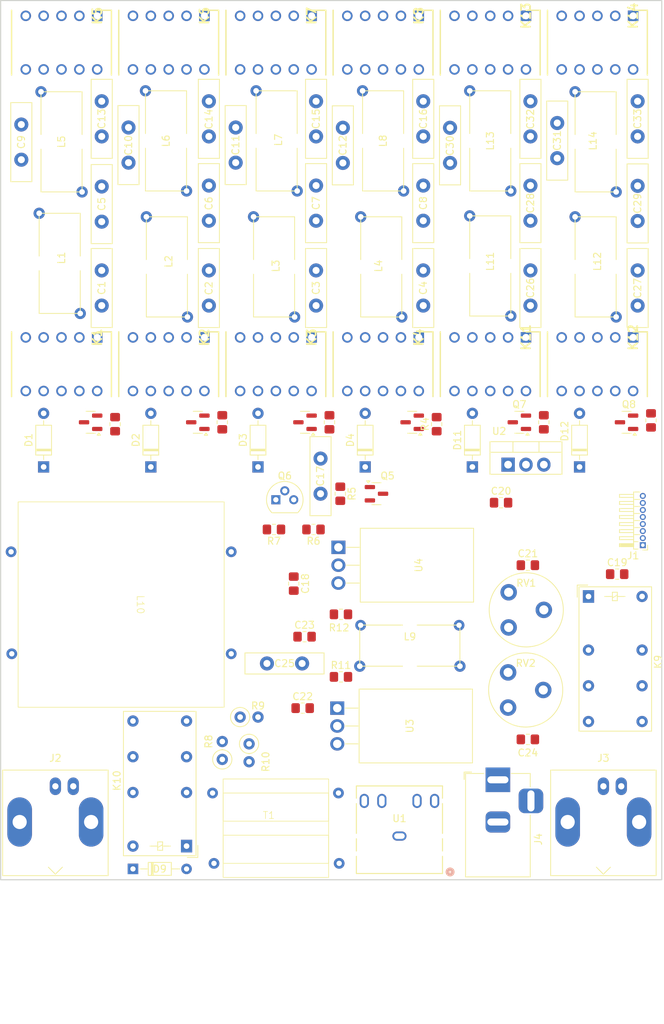
<source format=kicad_pcb>
(kicad_pcb (version 20240108) (generator "pcbnew") (generator_version "8.0")
  (title_block (title "QMX+ Amp") (date "2024-08-22") (rev "v0.11") (company "WA7GIL"))
  (layers (0 "F.Cu" signal "Top") (31 "B.Cu" signal "Bottom") (34 "B.Paste" user) (35 "F.Paste" user) (36 "B.SilkS" user "B.Silkscreen") (37 "F.SilkS" user "F.Silkscreen") (38 "B.Mask" user) (39 "F.Mask" user) (44 "Edge.Cuts" user))
  (net 0 "")
  (net 1 "GND")
  (net 2 "/LPF Relay Control 1/LPF0-IN")
  (net 3 "/LPF Relay Control 1/LPF1-IN")
  (net 4 "/LPF Relay Control 1/LPF2-IN")
  (net 5 "/LPF Relay Control 1/LPF3-IN")
  (net 6 "Net-(C5-Pad2)")
  (net 7 "Net-(C10-Pad1)")
  (net 8 "Net-(C11-Pad1)")
  (net 9 "Net-(C12-Pad1)")
  (net 10 "/LPF Relay Control 1/LPF0-OUT")
  (net 11 "/LPF Relay Control 1/LPF1-OUT")
  (net 12 "/LPF Relay Control 1/LPF2-OUT")
  (net 13 "/LPF Relay Control 1/LPF3-OUT")
  (net 14 "+5V QMX PTT")
  (net 15 "Net-(Q6-C)")
  (net 16 "RELAY-SYNC")
  (net 17 "+12V")
  (net 18 "+5V REG")
  (net 19 "Net-(C21-Pad2)")
  (net 20 "Net-(T1-SB)")
  (net 21 "Net-(U3-G)")
  (net 22 "Net-(T1-SA)")
  (net 23 "Net-(U4-G)")
  (net 24 "Net-(C24-Pad2)")
  (net 25 "/LPF Relay Control 2/LPF4-IN")
  (net 26 "/LPF Relay Control 2/LPF5-IN")
  (net 27 "Net-(C28-Pad2)")
  (net 28 "Net-(C29-Pad1)")
  (net 29 "/LPF Relay Control 2/LPF4-OUT")
  (net 30 "/LPF Relay Control 2/LPF5-OUT")
  (net 31 "Net-(D1-A)")
  (net 32 "Net-(D2-A)")
  (net 33 "Net-(D3-A)")
  (net 34 "Net-(D4-A)")
  (net 35 "Net-(D11-A)")
  (net 36 "Net-(D12-A)")
  (net 37 "+3.3V LPF0 CTL from QMX")
  (net 38 "+3.3V LPF3 CTL from QMX")
  (net 39 "+3.3V LPF2 CTL from QMX")
  (net 40 "+3.3V LPF5 CTL from QMX")
  (net 41 "+3.3V LPF1 CTL from QMX")
  (net 42 "+3.3V LPF4 CTL from QMX")
  (net 43 "RF-IN")
  (net 44 "RF-OUT")
  (net 49 "RF-INTO-FILTERS")
  (net 86 "K9-14")
  (net 88 "Net-(K10-Pad12)")
  (net 91 "K10-14")
  (net 113 "Net-(U3-D)")
  (net 114 "Net-(U4-D)")
  (net 115 "Net-(Q6-B)")
  (net 116 "Net-(T1-AA)")
  (footprint "Package_TO_SOT_THT:TO-220F-3_Horizontal_TabDown" (layer "F.Cu") (at 147.16 130.81 -90)
    (property "Reference" "U3" (at 2.54 -10.32 90) (layer "F.SilkS"))
    (property "Value" "RD16HHF1")
    (pad "" np_thru_hole oval (at 2.54 -15.8 270) (size 3.5 3.5) (drill 3.5) (layers "*.Cu" "*.Mask"))
    (pad "1" thru_hole rect (at 0 0 270) (size 1.905 2) (drill 1.2) (layers "*.Cu" "*.Mask") (net 21 "Net-(U3-G)"))
    (pad "2" thru_hole oval (at 2.54 0 270) (size 1.905 2) (drill 1.2) (layers "*.Cu" "*.Mask") (net 1 "GND"))
    (pad "3" thru_hole oval (at 5.08 0 270) (size 1.905 2) (drill 1.2) (layers "*.Cu" "*.Mask") (net 113 "Net-(U3-D)"))
  )
  (footprint "ZZZMyLibrary:C_Disc_D11.0mm_W3.0mm_P5.00mm" (layer "F.Cu") (at 117.475 53.26 90)
    (property "Reference" "C10" (at 2.46 0 90) (layer "F.SilkS"))
    (property "Value" "100 pF" (hide yes))
    (pad "1" thru_hole circle (at 0 0 90) (size 2 2) (drill 1) (layers "*.Cu" "*.Mask") (net 7 "Net-(C10-Pad1)"))
    (pad "2" thru_hole circle (at 5 0 90) (size 2 2) (drill 1) (layers "*.Cu" "*.Mask") (net 11 "/LPF Relay Control 1/LPF1-OUT"))
  )
  (footprint "Resistor_SMD:R_0805_2012Metric_Pad1.20x1.40mm_HandSolder" (layer "F.Cu") (at 130.81 90.17 90)
    (property "Reference" "R2" (hide yes))
    (property "Value" "47K" (hide yes))
    (pad "1" smd roundrect (at -1 0 90) (size 1.2 1.4) (layers "F.Cu" "F.Paste" "F.Mask") (roundrect_rratio 0.208333) (net 41 "+3.3V LPF1 CTL from QMX"))
    (pad "2" smd roundrect (at 1 0 90) (size 1.2 1.4) (layers "F.Cu" "F.Paste" "F.Mask") (roundrect_rratio 0.208333) (net 1 "GND"))
  )
  (footprint "ZZZMyLibrary:C_Disc_D11.0mm_W3.0mm_P5.00mm" (layer "F.Cu") (at 159.385 61.515 90)
    (property "Reference" "C8" (at 2.5 0 90) (layer "F.SilkS"))
    (property "Value" "330 pF" (hide yes))
    (pad "1" thru_hole circle (at 0 0 90) (size 2 2) (drill 1) (layers "*.Cu" "*.Mask") (net 9 "Net-(C12-Pad1)"))
    (pad "2" thru_hole circle (at 5 0 90) (size 2 2) (drill 1) (layers "*.Cu" "*.Mask") (net 1 "GND"))
  )
  (footprint "Resistor_SMD:R_0805_2012Metric_Pad1.20x1.40mm_HandSolder" (layer "F.Cu") (at 147.685 126.365)
    (property "Reference" "R11" (at 0 -1.65 0) (layer "F.SilkS"))
    (property "Value" "470" (hide yes))
    (pad "1" smd roundrect (at -1 0) (size 1.2 1.4) (layers "F.Cu" "F.Paste" "F.Mask") (roundrect_rratio 0.208333) (net 19 "Net-(C21-Pad2)"))
    (pad "2" smd roundrect (at 1 0) (size 1.2 1.4) (layers "F.Cu" "F.Paste" "F.Mask") (roundrect_rratio 0.208333) (net 21 "Net-(U3-G)"))
  )
  (footprint "ZZZMyLibrary:C_Disc_D11.0mm_W3.0mm_P5.00mm" (layer "F.Cu") (at 128.905 49.53 90)
    (property "Reference" "C14" (at 2.46 0 90) (layer "F.SilkS"))
    (property "Value" "660 pF" (hide yes))
    (pad "1" thru_hole circle (at 0 0 90) (size 2 2) (drill 1) (layers "*.Cu" "*.Mask") (net 11 "/LPF Relay Control 1/LPF1-OUT"))
    (pad "2" thru_hole circle (at 5 0 90) (size 2 2) (drill 1) (layers "*.Cu" "*.Mask") (net 1 "GND"))
  )
  (footprint "Diode_THT:D_DO-35_SOD27_P7.62mm_Horizontal" (layer "F.Cu") (at 151.13 96.52 90)
    (property "Reference" "D4" (at 3.81 -2.12 90) (layer "F.SilkS"))
    (property "Value" "1N4148" (hide yes))
    (pad "1" thru_hole rect (at 0 0 90) (size 1.6 1.6) (drill 0.8) (layers "*.Cu" "*.Mask") (net 18 "+5V REG"))
    (pad "2" thru_hole oval (at 7.62 0 90) (size 1.6 1.6) (drill 0.8) (layers "*.Cu" "*.Mask") (net 34 "Net-(D4-A)"))
  )
  (footprint "ZZZMyLibrary:DIPS762W70P254L1420H540Q10N" (layer "F.Cu") (at 128.27 32.385 -90)
    (property "Reference" "K6" (at 0 0 -90) (layer "F.SilkS") (effects (font (size 1.27 1.27) (thickness 0.254))))
    (property "Value" "EA2-5NU" (hide yes))
    (pad "1" thru_hole rect (at 0 0 270) (size 1.5 1.5) (drill 1) (layers "*.Cu" "*.Mask") (net 18 "+5V REG"))
    (pad "2" thru_hole circle (at 0 2.54 270) (size 1.5 1.5) (drill 1) (layers "*.Cu" "*.Mask"))
    (pad "3" thru_hole circle (at 0 5.08 270) (size 1.5 1.5) (drill 1) (layers "*.Cu" "*.Mask"))
    (pad "4" thru_hole circle (at 0 7.62 270) (size 1.5 1.5) (drill 1) (layers "*.Cu" "*.Mask"))
    (pad "5" thru_hole circle (at 0 10.16 270) (size 1.5 1.5) (drill 1) (layers "*.Cu" "*.Mask"))
    (pad "6" thru_hole circle (at 7.62 10.16 270) (size 1.5 1.5) (drill 1) (layers "*.Cu" "*.Mask"))
    (pad "7" thru_hole circle (at 7.62 7.62 270) (size 1.5 1.5) (drill 1) (layers "*.Cu" "*.Mask") (net 44 "RF-OUT"))
    (pad "8" thru_hole circle (at 7.62 5.08 270) (size 1.5 1.5) (drill 1) (layers "*.Cu" "*.Mask") (net 11 "/LPF Relay Control 1/LPF1-OUT"))
    (pad "9" thru_hole circle (at 7.62 2.54 270) (size 1.5 1.5) (drill 1) (layers "*.Cu" "*.Mask") (net 1 "GND"))
    (pad "10" thru_hole circle (at 7.62 0 270) (size 1.5 1.5) (drill 1) (layers "*.Cu" "*.Mask") (net 32 "Net-(D2-A)"))
  )
  (footprint "ZZZMyLibrary:C_Disc_D11.0mm_W3.0mm_P5.00mm" (layer "F.Cu") (at 147.955 53.3 90)
    (property "Reference" "C12" (at 2.5 0 90) (layer "F.SilkS"))
    (property "Value" "36 pF" (hide yes))
    (pad "1" thru_hole circle (at 0 0 90) (size 2 2) (drill 1) (layers "*.Cu" "*.Mask") (net 9 "Net-(C12-Pad1)"))
    (pad "2" thru_hole circle (at 5 0 90) (size 2 2) (drill 1) (layers "*.Cu" "*.Mask") (net 13 "/LPF Relay Control 1/LPF3-OUT"))
  )
  (footprint "ZZZMyLibrary:C_Disc_D11.0mm_W3.0mm_P5.00mm" (layer "F.Cu") (at 163.195 53.3 90)
    (property "Reference" "C30" (at 2.46 0 90) (layer "F.SilkS"))
    (property "Value" "13 pF" (hide yes))
    (pad "1" thru_hole circle (at 0 0 90) (size 2 2) (drill 1) (layers "*.Cu" "*.Mask") (net 27 "Net-(C28-Pad2)"))
    (pad "2" thru_hole circle (at 5 0 90) (size 2 2) (drill 1) (layers "*.Cu" "*.Mask") (net 29 "/LPF Relay Control 2/LPF4-OUT"))
  )
  (footprint "ZZZMyLibrary:DIPS762W70P254L1420H540Q10N" (layer "F.Cu") (at 173.99 78.105 -90)
    (property "Reference" "K11" (at 0 0 -90) (layer "F.SilkS") (effects (font (size 1.27 1.27) (thickness 0.254))))
    (property "Value" "EA2-5NU" (hide yes))
    (pad "1" thru_hole rect (at 0 0 270) (size 1.5 1.5) (drill 1) (layers "*.Cu" "*.Mask") (net 18 "+5V REG"))
    (pad "2" thru_hole circle (at 0 2.54 270) (size 1.5 1.5) (drill 1) (layers "*.Cu" "*.Mask"))
    (pad "3" thru_hole circle (at 0 5.08 270) (size 1.5 1.5) (drill 1) (layers "*.Cu" "*.Mask"))
    (pad "4" thru_hole circle (at 0 7.62 270) (size 1.5 1.5) (drill 1) (layers "*.Cu" "*.Mask"))
    (pad "5" thru_hole circle (at 0 10.16 270) (size 1.5 1.5) (drill 1) (layers "*.Cu" "*.Mask"))
    (pad "6" thru_hole circle (at 7.62 10.16 270) (size 1.5 1.5) (drill 1) (layers "*.Cu" "*.Mask"))
    (pad "7" thru_hole circle (at 7.62 7.62 270) (size 1.5 1.5) (drill 1) (layers "*.Cu" "*.Mask") (net 49 "RF-INTO-FILTERS"))
    (pad "8" thru_hole circle (at 7.62 5.08 270) (size 1.5 1.5) (drill 1) (layers "*.Cu" "*.Mask") (net 25 "/LPF Relay Control 2/LPF4-IN"))
    (pad "9" thru_hole circle (at 7.62 2.54 270) (size 1.5 1.5) (drill 1) (layers "*.Cu" "*.Mask") (net 1 "GND"))
    (pad "10" thru_hole circle (at 7.62 0 270) (size 1.5 1.5) (drill 1) (layers "*.Cu" "*.Mask") (net 35 "Net-(D11-A)"))
  )
  (footprint "ZZZMyLibrary:C_Disc_D11.0mm_W3.0mm_P5.00mm" (layer "F.Cu") (at 128.905 73.58 90)
    (property "Reference" "C2" (at 2.46 0 90) (layer "F.SilkS"))
    (property "Value" "660 pF" (hide yes))
    (pad "1" thru_hole circle (at 0 0 90) (size 2 2) (drill 1) (layers "*.Cu" "*.Mask") (net 3 "/LPF Relay Control 1/LPF1-IN"))
    (pad "2" thru_hole circle (at 5 0 90) (size 2 2) (drill 1) (layers "*.Cu" "*.Mask") (net 1 "GND"))
  )
  (footprint "Resistor_SMD:R_0805_2012Metric_Pad1.20x1.40mm_HandSolder" (layer "F.Cu") (at 174.26 110.49)
    (property "Reference" "C21" (at 0 -1.65 0) (layer "F.SilkS"))
    (property "Value" "0.1" (hide yes))
    (pad "1" smd roundrect (at -1 0) (size 1.2 1.4) (layers "F.Cu" "F.Paste" "F.Mask") (roundrect_rratio 0.208333) (net 1 "GND"))
    (pad "2" smd roundrect (at 1 0) (size 1.2 1.4) (layers "F.Cu" "F.Paste" "F.Mask") (roundrect_rratio 0.208333) (net 19 "Net-(C21-Pad2)"))
  )
  (footprint "ZZZMyLibrary:BN-43-7051-FLAT" (layer "F.Cu") (at 136.08 109.885 -90)
    (property "Reference" "L10" (at 6.2 16.906 -90) (layer "F.SilkS") (effects (font (thickness 0.1))))
    (property "Value" "BN-43-7051")
    (pad "1" thru_hole circle (at -1.3 4 270) (size 1.524 1.524) (drill 0.762) (layers "*.Cu" "*.Mask") (net 114 "Net-(U4-D)"))
    (pad "2" thru_hole circle (at 13.2 4 270) (size 1.524 1.524) (drill 0.762) (layers "*.Cu" "*.Mask") (net 113 "Net-(U3-D)"))
    (pad "3" thru_hole circle (at 13.2 35.2 270) (size 1.524 1.524) (drill 0.762) (layers "*.Cu" "*.Mask") (net 1 "GND"))
    (pad "4" thru_hole circle (at -1.3 35.3 270) (size 1.524 1.524) (drill 0.762) (layers "*.Cu" "*.Mask") (net 86 "K9-14"))
  )
  (footprint "ZZZMyLibrary:Toroid_T50_Vertical_L14.0mm_W5.6mm" (layer "F.Cu") (at 181.245 50.3 90)
    (property "Reference" "L14" (at 0.135 2.27 90) (layer "F.SilkS"))
    (property "Value" "L" (hide yes))
    (pad "1" thru_hole circle (at -7.12 5.57 90) (size 1.6 1.6) (drill 0.8) (layers "*.Cu" "*.Mask") (net 28 "Net-(C29-Pad1)"))
    (pad "2" thru_hole circle (at 7.12 -0.27 90) (size 1.6 1.6) (drill 0.8) (layers "*.Cu" "*.Mask") (net 30 "/LPF Relay Control 2/LPF5-OUT"))
  )
  (footprint "ZZZMyLibrary:C_Disc_D11.0mm_W3.0mm_P5.00mm" (layer "F.Cu") (at 144.78 95.33 -90)
    (property "Reference" "C17" (at 2.5 0.02 90) (layer "F.SilkS"))
    (property "Value" "? uF" (hide yes))
    (pad "1" thru_hole circle (at 0 0 270) (size 2 2) (drill 1) (layers "*.Cu" "*.Mask") (net 14 "+5V QMX PTT"))
    (pad "2" thru_hole circle (at 5 0 270) (size 2 2) (drill 1) (layers "*.Cu" "*.Mask") (net 1 "GND"))
  )
  (footprint "ZZZMyLibrary:SJ1-3523N_CUD" (layer "F.Cu") (at 161 152 180)
    (property "Reference" "U1" (at 5 5.5 0) (layer "F.SilkS"))
    (property "Value" "SJ1-3523N")
    (pad "" np_thru_hole circle (at 0 0.5) (size 1.2 1.2) (drill 1.2) (layers "F&B.Cu" "*.Mask"))
    (pad "" np_thru_hole circle (at 0 3) (size 1.2 1.2) (drill 1.2) (layers "F&B.Cu" "*.Mask"))
    (pad "" np_thru_hole circle (at 5 8) (size 1.2 1.2) (drill 1.2) (layers "F&B.Cu" "*.Mask"))
    (pad "" np_thru_hole circle (at 10 0.5) (size 1.2 1.2) (drill 1.2) (layers "F&B.Cu" "*.Mask"))
    (pad "" np_thru_hole circle (at 10 3) (size 1.2 1.2) (drill 1.2) (layers "F&B.Cu" "*.Mask"))
    (pad "1" thru_hole oval (at 5 3) (size 2.008 1.308) (drill oval 1.5 0.8) (layers "*.Cu" "*.Mask") (net 14 "+5V QMX PTT"))
    (pad "2" thru_hole oval (at 0 8 270) (size 2.008 1.308) (drill oval 1.5 0.8) (layers "*.Cu" "*.Mask"))
    (pad "3" thru_hole oval (at 10 8 270) (size 2.008 1.308) (drill oval 1.5 0.8) (layers "*.Cu" "*.Mask") (net 1 "GND"))
    (pad "10" thru_hole oval (at 2.5 8 270) (size 2.008 1.308) (drill oval 1.5 0.8) (layers "*.Cu" "*.Mask"))
    (pad "11" thru_hole oval (at 7.5 8 270) (size 2.008 1.308) (drill oval 1.5 0.8) (layers "*.Cu" "*.Mask"))
  )
  (footprint "ZZZMyLibrary:C_Disc_D11.0mm_W3.0mm_P5.00mm" (layer "F.Cu") (at 189.865 61.555 90)
    (property "Reference" "C29" (at 2.5 0 90) (layer "F.SilkS"))
    (property "Value" "120 pF" (hide yes))
    (pad "1" thru_hole circle (at 0 0 90) (size 2 2) (drill 1) (layers "*.Cu" "*.Mask") (net 28 "Net-(C29-Pad1)"))
    (pad "2" thru_hole circle (at 5 0 90) (size 2 2) (drill 1) (layers "*.Cu" "*.Mask") (net 1 "GND"))
  )
  (footprint "ZZZMyLibrary:C_Disc_D11.0mm_W3.0mm_P5.00mm" (layer "F.Cu") (at 102.235 52.84 90)
    (property "Reference" "C9" (at 2.5 0 90) (layer "F.SilkS"))
    (property "Value" "220 pF" (hide yes))
    (pad "1" thru_hole circle (at 0 0 90) (size 2 2) (drill 1) (layers "*.Cu" "*.Mask") (net 6 "Net-(C5-Pad2)"))
    (pad "2" thru_hole circle (at 5 0 90) (size 2 2) (drill 1) (layers "*.Cu" "*.Mask") (net 10 "/LPF Relay Control 1/LPF0-OUT"))
  )
  (footprint "Package_TO_SOT_SMD:SOT-23" (layer "F.Cu") (at 157.8125 90.17 180)
    (property "Reference" "Q4" (hide yes))
    (property "Value" "BSS123" (hide yes))
    (pad "1" smd roundrect (at -0.9375 -0.95 180) (size 1.475 0.6) (layers "F.Cu" "F.Paste" "F.Mask") (net 38 "+3.3V LPF3 CTL from QMX"))
    (pad "2" smd roundrect (at -0.9375 0.95 180) (size 1.475 0.6) (layers "F.Cu" "F.Paste" "F.Mask") (net 1 "GND"))
    (pad "3" smd roundrect (at 0.9375 0 180) (size 1.475 0.6) (layers "F.Cu" "F.Paste" "F.Mask") (net 34 "Net-(D4-A)"))
  )
  (footprint "ZZZMyLibrary:C_Disc_D11.0mm_W3.0mm_P5.00mm" (layer "F.Cu") (at 144.145 49.53 90)
    (property "Reference" "C15" (at 2.5 0 90) (layer "F.SilkS"))
    (property "Value" "360 pF" (hide yes))
    (pad "1" thru_hole circle (at 0 0 90) (size 2 2) (drill 1) (layers "*.Cu" "*.Mask") (net 12 "/LPF Relay Control 1/LPF2-OUT"))
    (pad "2" thru_hole circle (at 5 0 90) (size 2 2) (drill 1) (layers "*.Cu" "*.Mask") (net 1 "GND"))
  )
  (footprint "Package_TO_SOT_SMD:SOT-23" (layer "F.Cu") (at 152.7325 100.33)
    (property "Reference" "Q5" (at 1.5725 -2.54 0) (layer "F.SilkS"))
    (property "Value" "BSS123" (hide yes))
    (pad "1" smd roundrect (at -0.9375 -0.95) (size 1.475 0.6) (layers "F.Cu" "F.Paste" "F.Mask") (net 14 "+5V QMX PTT"))
    (pad "2" smd roundrect (at -0.9375 0.95) (size 1.475 0.6) (layers "F.Cu" "F.Paste" "F.Mask") (net 1 "GND"))
    (pad "3" smd roundrect (at 0.9375 0) (size 1.475 0.6) (layers "F.Cu" "F.Paste" "F.Mask") (net 16 "RELAY-SYNC"))
  )
  (footprint "ZZZMyLibrary:Toroid_T50_Vertical_L14.0mm_W5.6mm" (layer "F.Cu") (at 105.305 50.3 90)
    (property "Reference" "L5" (at 0 2.645 90) (layer "F.SilkS"))
    (property "Value" "L")
    (pad "1" thru_hole circle (at -7.12 5.57 90) (size 1.6 1.6) (drill 0.8) (layers "*.Cu" "*.Mask") (net 6 "Net-(C5-Pad2)"))
    (pad "2" thru_hole circle (at 7.12 -0.27 90) (size 1.6 1.6) (drill 0.8) (layers "*.Cu" "*.Mask") (net 10 "/LPF Relay Control 1/LPF0-OUT"))
  )
  (footprint "Package_TO_SOT_SMD:SOT-23" (layer "F.Cu") (at 142.5725 90.17 180)
    (property "Reference" "Q3" (hide yes))
    (property "Value" "BSS123" (hide yes))
    (pad "1" smd roundrect (at -0.9375 -0.95 180) (size 1.475 0.6) (layers "F.Cu" "F.Paste" "F.Mask") (net 39 "+3.3V LPF2 CTL from QMX"))
    (pad "2" smd roundrect (at -0.9375 0.95 180) (size 1.475 0.6) (layers "F.Cu" "F.Paste" "F.Mask") (net 1 "GND"))
    (pad "3" smd roundrect (at 0.9375 0 180) (size 1.475 0.6) (layers "F.Cu" "F.Paste" "F.Mask") (net 33 "Net-(D3-A)"))
  )
  (footprint "Resistor_SMD:R_0805_2012Metric_Pad1.20x1.40mm_HandSolder" (layer "F.Cu") (at 142.24 130.81)
    (property "Reference" "C22" (at 0 -1.65 0) (layer "F.SilkS"))
    (property "Value" "0.01" (hide yes))
    (pad "1" smd roundrect (at -1 0) (size 1.2 1.4) (layers "F.Cu" "F.Paste" "F.Mask") (roundrect_rratio 0.208333) (net 20 "Net-(T1-SB)"))
    (pad "2" smd roundrect (at 1 0) (size 1.2 1.4) (layers "F.Cu" "F.Paste" "F.Mask") (roundrect_rratio 0.208333) (net 21 "Net-(U3-G)"))
  )
  (footprint "ZZZMyLibrary:Toroid_T50_Vertical_L14.0mm_W5.6mm" (layer "F.Cu") (at 135.525 68.08 90)
    (property "Reference" "L3" (at 0.135 2.905 90) (layer "F.SilkS"))
    (property "Value" "L" (hide yes))
    (pad "1" thru_hole circle (at -7.12 5.57 90) (size 1.6 1.6) (drill 0.8) (layers "*.Cu" "*.Mask") (net 4 "/LPF Relay Control 1/LPF2-IN"))
    (pad "2" thru_hole circle (at 7.12 -0.27 90) (size 1.6 1.6) (drill 0.8) (layers "*.Cu" "*.Mask") (net 8 "Net-(C11-Pad1)"))
  )
  (footprint "ZZZMyLibrary:C_Disc_D11.0mm_W3.0mm_P5.00mm" (layer "F.Cu") (at 144.145 61.515 90)
    (property "Reference" "C7" (at 2.5 0 90) (layer "F.SilkS"))
    (property "Value" "650 pF" (hide yes))
    (pad "1" thru_hole circle (at 0 0 90) (size 2 2) (drill 1) (layers "*.Cu" "*.Mask") (net 8 "Net-(C11-Pad1)"))
    (pad "2" thru_hole circle (at 5 0 90) (size 2 2) (drill 1) (layers "*.Cu" "*.Mask") (net 1 "GND"))
  )
  (footprint "ZZZMyLibrary:DIPS762W70P254L1420H540Q10N" (layer "F.Cu") (at 189.23 78.105 -90)
    (property "Reference" "K12" (at 0 0 -90) (layer "F.SilkS") (effects (font (size 1.27 1.27) (thickness 0.254))))
    (property "Value" "EA2-5NU" (hide yes))
    (pad "1" thru_hole rect (at 0 0 270) (size 1.5 1.5) (drill 1) (layers "*.Cu" "*.Mask") (net 18 "+5V REG"))
    (pad "2" thru_hole circle (at 0 2.54 270) (size 1.5 1.5) (drill 1) (layers "*.Cu" "*.Mask"))
    (pad "3" thru_hole circle (at 0 5.08 270) (size 1.5 1.5) (drill 1) (layers "*.Cu" "*.Mask"))
    (pad "4" thru_hole circle (at 0 7.62 270) (size 1.5 1.5) (drill 1) (layers "*.Cu" "*.Mask"))
    (pad "5" thru_hole circle (at 0 10.16 270) (size 1.5 1.5) (drill 1) (layers "*.Cu" "*.Mask"))
    (pad "6" thru_hole circle (at 7.62 10.16 270) (size 1.5 1.5) (drill 1) (layers "*.Cu" "*.Mask"))
    (pad "7" thru_hole circle (at 7.62 7.62 270) (size 1.5 1.5) (drill 1) (layers "*.Cu" "*.Mask") (net 49 "RF-INTO-FILTERS"))
    (pad "8" thru_hole circle (at 7.62 5.08 270) (size 1.5 1.5) (drill 1) (layers "*.Cu" "*.Mask") (net 26 "/LPF Relay Control 2/LPF5-IN"))
    (pad "9" thru_hole circle (at 7.62 2.54 270) (size 1.5 1.5) (drill 1) (layers "*.Cu" "*.Mask") (net 1 "GND"))
    (pad "10" thru_hole circle (at 7.62 0 270) (size 1.5 1.5) (drill 1) (layers "*.Cu" "*.Mask") (net 36 "Net-(D12-A)"))
  )
  (footprint "Resistor_SMD:R_0805_2012Metric_Pad1.20x1.40mm_HandSolder" (layer "F.Cu") (at 191.77 89.9 90)
    (property "Reference" "R14" (hide yes))
    (property "Value" "47K" (hide yes))
    (pad "1" smd roundrect (at -1 0 90) (size 1.2 1.4) (layers "F.Cu" "F.Paste" "F.Mask") (roundrect_rratio 0.208333) (net 40 "+3.3V LPF5 CTL from QMX"))
    (pad "2" smd roundrect (at 1 0 90) (size 1.2 1.4) (layers "F.Cu" "F.Paste" "F.Mask") (roundrect_rratio 0.208333) (net 1 "GND"))
  )
  (footprint "ZZZMyLibrary:DIPS762W70P254L1420H540Q10N" (layer "F.Cu") (at 143.51 32.385 -90)
    (property "Reference" "K7" (at 0 0 -90) (layer "F.SilkS") (effects (font (size 1.27 1.27) (thickness 0.254))))
    (property "Value" "EA2-5NU" (hide yes))
    (pad "1" thru_hole rect (at 0 0 270) (size 1.5 1.5) (drill 1) (layers "*.Cu" "*.Mask") (net 18 "+5V REG"))
    (pad "2" thru_hole circle (at 0 2.54 270) (size 1.5 1.5) (drill 1) (layers "*.Cu" "*.Mask"))
    (pad "3" thru_hole circle (at 0 5.08 270) (size 1.5 1.5) (drill 1) (layers "*.Cu" "*.Mask"))
    (pad "4" thru_hole circle (at 0 7.62 270) (size 1.5 1.5) (drill 1) (layers "*.Cu" "*.Mask"))
    (pad "5" thru_hole circle (at 0 10.16 270) (size 1.5 1.5) (drill 1) (layers "*.Cu" "*.Mask"))
    (pad "6" thru_hole circle (at 7.62 10.16 270) (size 1.5 1.5) (drill 1) (layers "*.Cu" "*.Mask"))
    (pad "7" thru_hole circle (at 7.62 7.62 270) (size 1.5 1.5) (drill 1) (layers "*.Cu" "*.Mask") (net 44 "RF-OUT"))
    (pad "8" thru_hole circle (at 7.62 5.08 270) (size 1.5 1.5) (drill 1) (layers "*.Cu" "*.Mask") (net 12 "/LPF Relay Control 1/LPF2-OUT"))
    (pad "9" thru_hole circle (at 7.62 2.54 270) (size 1.5 1.5) (drill 1) (layers "*.Cu" "*.Mask") (net 1 "GND"))
    (pad "10" thru_hole circle (at 7.62 0 270) (size 1.5 1.5) (drill 1) (layers "*.Cu" "*.Mask") (net 33 "Net-(D3-A)"))
  )
  (footprint "ZZZMyLibrary:Toroid_T50_Vertical_L14.0mm_W5.6mm" (layer "F.Cu") (at 120.285 68.08 90)
    (property "Reference" "L2" (at 0.77 2.905 90) (layer "F.SilkS"))
    (property "Value" "L")
    (pad "1" thru_hole circle (at -7.12 5.57 90) (size 1.6 1.6) (drill 0.8) (layers "*.Cu" "*.Mask") (net 3 "/LPF Relay Control 1/LPF1-IN"))
    (pad "2" thru_hole circle (at 7.12 -0.27 90) (size 1.6 1.6) (drill 0.8) (layers "*.Cu" "*.Mask") (net 7 "Net-(C10-Pad1)"))
  )
  (footprint "ZZZMyLibrary:Toroid_T50_Vertical_L14.0mm_W5.6mm" (layer "F.Cu") (at 135.89 50.165 90)
    (property "Reference" "L7" (at 0.135 2.905 90) (layer "F.SilkS"))
    (property "Value" "L" (hide yes))
    (pad "1" thru_hole circle (at -7.12 5.57 90) (size 1.6 1.6) (drill 0.8) (layers "*.Cu" "*.Mask") (net 8 "Net-(C11-Pad1)"))
    (pad "2" thru_hole circle (at 7.12 -0.27 90) (size 1.6 1.6) (drill 0.8) (layers "*.Cu" "*.Mask") (net 12 "/LPF Relay Control 1/LPF2-OUT"))
  )
  (footprint "Resistor_SMD:R_0805_2012Metric_Pad1.20x1.40mm_HandSolder" (layer "F.Cu") (at 140.97 113.11 -90)
    (property "Reference" "C18" (at 0 -1.65 -90) (layer "F.SilkS"))
    (property "Value" "0.1 uF")
    (pad "1" smd roundrect (at -1 0 270) (size 1.2 1.4) (layers "F.Cu" "F.Paste" "F.Mask") (roundrect_rratio 0.208333) (net 15 "Net-(Q6-C)"))
    (pad "2" smd roundrect (at 1 0 270) (size 1.2 1.4) (layers "F.Cu" "F.Paste" "F.Mask") (roundrect_rratio 0.208333) (net 1 "GND"))
  )
  (footprint "Resistor_SMD:R_0805_2012Metric_Pad1.20x1.40mm_HandSolder" (layer "F.Cu") (at 174.26 135.255)
    (property "Reference" "C24" (at 0 1.905 0) (layer "F.SilkS"))
    (property "Value" "0.1" (hide yes))
    (pad "1" smd roundrect (at -1 0) (size 1.2 1.4) (layers "F.Cu" "F.Paste" "F.Mask") (roundrect_rratio 0.208333) (net 1 "GND"))
    (pad "2" smd roundrect (at 1 0) (size 1.2 1.4) (layers "F.Cu" "F.Paste" "F.Mask") (roundrect_rratio 0.208333) (net 24 "Net-(C24-Pad2)"))
  )
  (footprint "Resistor_SMD:R_0805_2012Metric_Pad1.20x1.40mm_HandSolder" (layer "F.Cu") (at 176.53 90.17 90)
    (property "Reference" "R13" (hide yes))
    (property "Value" "47K" (hide yes))
    (pad "1" smd roundrect (at -1 0 90) (size 1.2 1.4) (layers "F.Cu" "F.Paste" "F.Mask") (roundrect_rratio 0.208333) (net 42 "+3.3V LPF4 CTL from QMX"))
    (pad "2" smd roundrect (at 1 0 90) (size 1.2 1.4) (layers "F.Cu" "F.Paste" "F.Mask") (roundrect_rratio 0.208333) (net 1 "GND"))
  )
  (footprint "Package_TO_SOT_SMD:SOT-23" (layer "F.Cu") (at 173.0525 90.17 180)
    (property "Reference" "Q7" (at 0 2.54 0) (layer "F.SilkS"))
    (property "Value" "BSS123" (hide yes))
    (pad "1" smd roundrect (at -0.9375 -0.95 180) (size 1.475 0.6) (layers "F.Cu" "F.Paste" "F.Mask") (net 42 "+3.3V LPF4 CTL from QMX"))
    (pad "2" smd roundrect (at -0.9375 0.95 180) (size 1.475 0.6) (layers "F.Cu" "F.Paste" "F.Mask") (net 1 "GND"))
    (pad "3" smd roundrect (at 0.9375 0 180) (size 1.475 0.6) (layers "F.Cu" "F.Paste" "F.Mask") (net 35 "Net-(D11-A)"))
  )
  (footprint "ZZZMyLibrary:C_Disc_D11.0mm_W3.0mm_P5.00mm" (layer "F.Cu") (at 174.625 61.515 90)
    (property "Reference" "C28" (at 2.5 0 90) (layer "F.SilkS"))
    (property "Value" "180 pF" (hide yes))
    (pad "1" thru_hole circle (at 0 0 90) (size 2 2) (drill 1) (layers "*.Cu" "*.Mask") (net 1 "GND"))
    (pad "2" thru_hole circle (at 5 0 90) (size 2 2) (drill 1) (layers "*.Cu" "*.Mask") (net 27 "Net-(C28-Pad2)"))
  )
  (footprint "Resistor_SMD:R_0805_2012Metric_Pad1.20x1.40mm_HandSolder" (layer "F.Cu") (at 115.57 90.44 90)
    (property "Reference" "R1" (hide yes))
    (property "Value" "47K" (hide yes))
    (pad "1" smd roundrect (at -1 0 90) (size 1.2 1.4) (layers "F.Cu" "F.Paste" "F.Mask") (roundrect_rratio 0.208333) (net 37 "+3.3V LPF0 CTL from QMX"))
    (pad "2" smd roundrect (at 1 0 90) (size 1.2 1.4) (layers "F.Cu" "F.Paste" "F.Mask") (roundrect_rratio 0.208333) (net 1 "GND"))
  )
  (footprint "Connector_BarrelJack:BarrelJack_Horizontal" (layer "F.Cu") (at 170 141 90)
    (property "Reference" "J4" (at -8.45 5.75 90) (layer "F.SilkS"))
    (property "Value" "Barrel_Jack_Switch")
    (pad "1" thru_hole rect (at 0 0 90) (size 3.5 3.5) (drill oval 1 3) (layers "*.Cu" "*.Mask") (net 17 "+12V"))
    (pad "2" thru_hole roundrect (at -6 0 90) (size 3 3.5) (drill oval 1 3) (layers "*.Cu" "*.Mask") (net 1 "GND"))
    (pad "3" thru_hole roundrect (at -3 4.7 90) (size 3.5 3.5) (drill oval 3 1) (layers "*.Cu" "*.Mask") (net 1 "GND"))
  )
  (footprint "Diode_THT:D_DO-34_SOD68_P7.62mm_Horizontal" (layer "F.Cu") (at 118.11 153.67)
    (property "Reference" "D9" (at 3.81 0 0) (layer "F.SilkS"))
    (property "Value" "1N4148" (hide yes))
    (pad "1" thru_hole rect (at 0 0) (size 1.5 1.5) (drill 0.75) (layers "*.Cu" "*.Mask") (net 17 "+12V"))
    (pad "2" thru_hole oval (at 7.62 0) (size 1.5 1.5) (drill 0.75) (layers "*.Cu" "*.Mask") (net 16 "RELAY-SYNC"))
  )
  (footprint "Resistor_SMD:R_0805_2012Metric_Pad1.20x1.40mm_HandSolder" (layer "F.Cu") (at 186.96 111.76)
    (property "Reference" "C19" (at 0 -1.65 0) (layer "F.SilkS"))
    (property "Value" "0.1 uF" (hide yes))
    (pad "1" smd roundrect (at -1 0) (size 1.2 1.4) (layers "F.Cu" "F.Paste" "F.Mask") (roundrect_rratio 0.208333) (net 17 "+12V"))
    (pad "2" smd roundrect (at 1 0) (size 1.2 1.4) (layers "F.Cu" "F.Paste" "F.Mask") (roundrect_rratio 0.208333) (net 16 "RELAY-SYNC"))
  )
  (footprint "ZZZMyLibrary:Toroid_T50_Vertical_L14.0mm_W5.6mm" (layer "F.Cu") (at 166.265 50.165 90)
    (property "Reference" "L13" (at 0 2.645 90) (layer "F.SilkS"))
    (property "Value" "L" (hide yes))
    (pad "1" thru_hole circle (at -7.12 5.57 90) (size 1.6 1.6) (drill 0.8) (layers "*.Cu" "*.Mask") (net 27 "Net-(C28-Pad2)"))
    (pad "2" thru_hole circle (at 7.12 -0.27 90) (size 1.6 1.6) (drill 0.8) (layers "*.Cu" "*.Mask") (net 29 "/LPF Relay Control 2/LPF4-OUT"))
  )
  (footprint "ZZZMyLibrary:C_Disc_D11.0mm_W3.0mm_P5.00mm" (layer "F.Cu") (at 144.145 73.58 90)
    (property "Reference" "C3" (at 2.5 0 90) (layer "F.SilkS"))
    (property "Value" "360 pF" (hide yes))
    (pad "1" thru_hole circle (at 0 0 90) (size 2 2) (drill 1) (layers "*.Cu" "*.Mask") (net 4 "/LPF Relay Control 1/LPF2-IN"))
    (pad "2" thru_hole circle (at 5 0 90) (size 2 2) (drill 1) (layers "*.Cu" "*.Mask") (net 1 "GND"))
  )
  (footprint "ZZZMyLibrary:Toroid_T50_Vertical_L14.0mm_W5.6mm_4pins" (layer "F.Cu") (at 157.48 119.275)
    (property "Reference" "L9" (at 0 1.375 0) (layer "F.SilkS"))
    (property "Value" "FT50-43")
    (pad "1" thru_hole circle (at 7.12 5.57) (size 1.6 1.6) (drill 0.8) (layers "*.Cu" "*.Mask") (net 17 "+12V"))
    (pad "2" thru_hole circle (at -7.12 5.57) (size 1.6 1.6) (drill 0.8) (layers "*.Cu" "*.Mask") (net 113 "Net-(U3-D)"))
    (pad "3" thru_hole circle (at 7 -0.25) (size 1.524 1.524) (drill 0.762) (layers "*.Cu" "*.Mask") (net 114 "Net-(U4-D)"))
    (pad "4" thru_hole circle (at -7 -0.25) (size 1.524 1.524) (drill 0.762) (layers "*.Cu" "*.Mask") (net 17 "+12V"))
  )
  (footprint "Package_TO_SOT_THT:TO-92" (layer "F.Cu") (at 138.43 101.185)
    (property "Reference" "Q6" (at 1.27 -3.395 0) (layer "F.SilkS"))
    (property "Value" "MPS-751" (hide yes))
    (pad "1" thru_hole rect (at 0 0) (size 1.3 1.3) (drill 0.75) (layers "*.Cu" "*.Mask") (net 17 "+12V"))
    (pad "2" thru_hole circle (at 1.27 -1.27) (size 1.3 1.3) (drill 0.75) (layers "*.Cu" "*.Mask") (net 115 "Net-(Q6-B)"))
    (pad "3" thru_hole circle (at 2.54 0) (size 1.3 1.3) (drill 0.75) (layers "*.Cu" "*.Mask") (net 15 "Net-(Q6-C)"))
  )
  (footprint "ZZZMyLibrary:C_Disc_D11.0mm_W3.0mm_P5.00mm" (layer "F.Cu") (at 174.625 49.53 90)
    (property "Reference" "C32" (at 2.46 0 90) (layer "F.SilkS"))
    (property "Value" "82 pF" (hide yes))
    (pad "1" thru_hole circle (at 0 0 90) (size 2 2) (drill 1) (layers "*.Cu" "*.Mask") (net 29 "/LPF Relay Control 2/LPF4-OUT"))
    (pad "2" thru_hole circle (at 5 0 90) (size 2 2) (drill 1) (layers "*.Cu" "*.Mask") (net 1 "GND"))
  )
  (footprint "Connector_PinHeader_1.00mm:PinHeader_1x08_P1.00mm_Horizontal" (layer "F.Cu") (at 190.605 107.64 180)
    (property "Reference" "J1" (at 1.375 -1.5 0) (layer "F.SilkS"))
    (property "Value" "Conn_01x08_Pin" (hide yes))
    (pad "1" thru_hole rect (at 0 0 180) (size 0.85 0.85) (drill 0.5) (layers "*.Cu" "*.Mask") (net 37 "+3.3V LPF0 CTL from QMX"))
    (pad "2" thru_hole oval (at 0 1 180) (size 0.85 0.85) (drill 0.5) (layers "*.Cu" "*.Mask") (net 41 "+3.3V LPF1 CTL from QMX"))
    (pad "3" thru_hole oval (at 0 2 180) (size 0.85 0.85) (drill 0.5) (layers "*.Cu" "*.Mask") (net 39 "+3.3V LPF2 CTL from QMX"))
    (pad "4" thru_hole oval (at 0 3 180) (size 0.85 0.85) (drill 0.5) (layers "*.Cu" "*.Mask") (net 38 "+3.3V LPF3 CTL from QMX"))
    (pad "5" thru_hole oval (at 0 4 180) (size 0.85 0.85) (drill 0.5) (layers "*.Cu" "*.Mask") (net 42 "+3.3V LPF4 CTL from QMX"))
    (pad "6" thru_hole oval (at 0 5 180) (size 0.85 0.85) (drill 0.5) (layers "*.Cu" "*.Mask") (net 40 "+3.3V LPF5 CTL from QMX"))
    (pad "7" thru_hole oval (at 0 6 180) (size 0.85 0.85) (drill 0.5) (layers "*.Cu" "*.Mask") (net 1 "GND"))
    (pad "8" thru_hole oval (at 0 7 180) (size 0.85 0.85) (drill 0.5) (layers "*.Cu" "*.Mask") (net 1 "GND"))
  )
  (footprint "ZZZMyLibrary:DIPS762W70P254L1420H540Q10N" (layer "F.Cu") (at 128.27 78.105 -90)
    (property "Reference" "K2" (at 0 0 -90) (layer "F.SilkS") (effects (font (size 1.27 1.27) (thickness 0.254))))
    (property "Value" "EA2-5NU" (hide yes))
    (pad "1" thru_hole rect (at 0 0 270) (size 1.5 1.5) (drill 1) (layers "*.Cu" "*.Mask") (net 18 "+5V REG"))
    (pad "2" thru_hole circle (at 0 2.54 270) (size 1.5 1.5) (drill 1) (layers "*.Cu" "*.Mask"))
    (pad "3" thru_hole circle (at 0 5.08 270) (size 1.5 1.5) (drill 1) (layers "*.Cu" "*.Mask"))
    (pad "4" thru_hole circle (at 0 7.62 270) (size 1.5 1.5) (drill 1) (layers "*.Cu" "*.Mask"))
    (pad "5" thru_hole circle (at 0 10.16 270) (size 1.5 1.5) (drill 1) (layers "*.Cu" "*.Mask"))
    (pad "6" thru_hole circle (at 7.62 10.16 270) (size 1.5 1.5) (drill 1) (layers "*.Cu" "*.Mask"))
    (pad "7" thru_hole circle (at 7.62 7.62 270) (size 1.5 1.5) (drill 1) (layers "*.Cu" "*.Mask") (net 49 "RF-INTO-FILTERS"))
    (pad "8" thru_hole circle (at 7.62 5.08 270) (size 1.5 1.5) (drill 1) (layers "*.Cu" "*.Mask") (net 3 "/LPF Relay Control 1/LPF1-IN"))
    (pad "9" thru_hole circle (at 7.62 2.54 270) (size 1.5 1.5) (drill 1) (layers "*.Cu" "*.Mask") (net 1 "GND"))
    (pad "10" thru_hole circle (at 7.62 0 270) (size 1.5 1.5) (drill 1) (layers "*.Cu" "*.Mask") (net 32 "Net-(D2-A)"))
  )
  (footprint "ZZZMyLibrary:C_Disc_D11.0mm_W3.0mm_P5.00mm" (layer "F.Cu") (at 189.865 73.58 90)
    (property "Reference" "C27" (at 2.46 0 90) (layer "F.SilkS"))
    (property "Value" "68 pF" (hide yes))
    (pad "1" thru_hole circle (at 0 0 90) (size 2 2) (drill 1) (layers "*.Cu" "*.Mask") (net 26 "/LPF Relay Control 2/LPF5-IN"))
    (pad "2" thru_hole circle (at 5 0 90) (size 2 2) (drill 1) (layers "*.Cu" "*.Mask") (net 1 "GND"))
  )
  (footprint "ZZZMyLibrary:DIPS762W70P254L1420H540Q10N" (layer "F.Cu") (at 143.51 78.105 -90)
    (property "Reference" "K3" (at 0 0 -90) (layer "F.SilkS") (effects (font (size 1.27 1.27) (thickness 0.254))))
    (property "Value" "EA2-5NU" (hide yes))
    (pad "1" thru_hole rect (at 0 0 270) (size 1.5 1.5) (drill 1) (layers "*.Cu" "*.Mask") (net 18 "+5V REG"))
    (pad "2" thru_hole circle (at 0 2.54 270) (size 1.5 1.5) (drill 1) (layers "*.Cu" "*.Mask"))
    (pad "3" thru_hole circle (at 0 5.08 270) (size 1.5 1.5) (drill 1) (layers "*.Cu" "*.Mask"))
    (pad "4" thru_hole circle (at 0 7.62 270) (size 1.5 1.5) (drill 1) (layers "*.Cu" "*.Mask"))
    (pad "5" thru_hole circle (at 0 10.16 270) (size 1.5 1.5) (drill 1) (layers "*.Cu" "*.Mask"))
    (pad "6" thru_hole circle (at 7.62 10.16 270) (size 1.5 1.5) (drill 1) (layers "*.Cu" "*.Mask"))
    (pad "7" thru_hole circle (at 7.62 7.62 270) (size 1.5 1.5) (drill 1) (layers "*.Cu" "*.Mask") (net 49 "RF-INTO-FILTERS"))
    (pad "8" thru_hole circle (at 7.62 5.08 270) (size 1.5 1.5) (drill 1) (layers "*.Cu" "*.Mask") (net 4 "/LPF Relay Control 1/LPF2-IN"))
    (pad "9" thru_hole circle (at 7.62 2.54 270) (size 1.5 1.5) (drill 1) (layers "*.Cu" "*.Mask") (net 1 "GND"))
    (pad "10" thru_hole circle (at 7.62 0 270) (size 1.5 1.5) (drill 1) (layers "*.Cu" "*.Mask") (net 33 "Net-(D3-A)"))
  )
  (footprint "Package_TO_SOT_THT:TO-220F-3_Horizontal_TabDown" (layer "F.Cu") (at 147.32 107.95 -90)
    (property "Reference" "U4" (at 2.54 -11.43 90) (layer "F.SilkS"))
    (property "Value" "RD16HHF1")
    (pad "" np_thru_hole oval (at 2.54 -15.8 270) (size 3.5 3.5) (drill 3.5) (layers "*.Cu" "*.Mask"))
    (pad "1" thru_hole rect (at 0 0 270) (size 1.905 2) (drill 1.2) (layers "*.Cu" "*.Mask") (net 23 "Net-(U4-G)"))
    (pad "2" thru_hole oval (at 2.54 0 270) (size 1.905 2) (drill 1.2) (layers "*.Cu" "*.Mask") (net 1 "GND"))
    (pad "3" thru_hole oval (at 5.08 0 270) (size 1.905 2) (drill 1.2) (layers "*.Cu" "*.Mask") (net 114 "Net-(U4-D)"))
  )
  (footprint "Diode_THT:D_DO-35_SOD27_P7.62mm_Horizontal" (layer "F.Cu") (at 181.61 96.52 90)
    (property "Reference" "D12" (at 5.08 -2.12 90) (layer "F.SilkS"))
    (property "Value" "1N4148" (hide yes))
    (pad "1" thru_hole rect (at 0 0 90) (size 1.6 1.6) (drill 0.8) (layers "*.Cu" "*.Mask") (net 18 "+5V REG"))
    (pad "2" thru_hole oval (at 7.62 0 90) (size 1.6 1.6) (drill 0.8) (layers "*.Cu" "*.Mask") (net 36 "Net-(D12-A)"))
  )
  (footprint "Resistor_SMD:R_0805_2012Metric_Pad1.20x1.40mm_HandSolder" (layer "F.Cu") (at 161.29 90.44 90)
    (property "Reference" "R4" (at 0 -1.65 90) (layer "F.SilkS"))
    (property "Value" "47K" (hide yes))
    (pad "1" smd roundrect (at -1 0 90) (size 1.2 1.4) (layers "F.Cu" "F.Paste" "F.Mask") (roundrect_rratio 0.208333) (net 38 "+3.3V LPF3 CTL from QMX"))
    (pad "2" smd roundrect (at 1 0 90) (size 1.2 1.4) (layers "F.Cu" "F.Paste" "F.Mask") (roundrect_rratio 0.208333) (net 1 "GND"))
  )
  (footprint "ZZZMyLibrary:Toroid_T50_Vertical_L14.0mm_W5.6mm" (layer "F.Cu") (at 105.045 67.58 90)
    (property "Reference" "L1" (at 0.77 2.905 90) (layer "F.SilkS"))
    (property "Value" "L")
    (pad "1" thru_hole circle (at -7.12 5.57 90) (size 1.6 1.6) (drill 0.8) (layers "*.Cu" "*.Mask") (net 2 "/LPF Relay Control 1/LPF0-IN"))
    (pad "2" thru_hole circle (at 7.12 -0.27 90) (size 1.6 1.6) (drill 0.8) (layers "*.Cu" "*.Mask") (net 6 "Net-(C5-Pad2)"))
  )
  (footprint "ZZZMyLibrary:Toroid_T50_Vertical_L14.0mm_W5.6mm" (layer "F.Cu") (at 120.16 50.165 90)
    (property "Reference" "L6" (at 0 2.645 90) (layer "F.SilkS"))
    (property "Value" "L")
    (pad "1" thru_hole circle (at -7.12 5.57 90) (size 1.6 1.6) (drill 0.8) (layers "*.Cu" "*.Mask") (net 7 "Net-(C10-Pad1)"))
    (pad "2" thru_hole circle (at 7.12 -0.27 90) (size 1.6 1.6) (drill 0.8) (layers "*.Cu" "*.Mask") (net 11 "/LPF Relay Control 1/LPF1-OUT"))
  )
  (footprint "Resistor_SMD:R_0805_2012Metric_Pad1.20x1.40mm_HandSolder" (layer "F.Cu") (at 143.78 105.41 180)
    (property "Reference" "R6" (at 0 -1.65 0) (layer "F.SilkS"))
    (property "Value" "4.7K" (hide yes))
    (pad "1" smd roundrect (at -1 0 180) (size 1.2 1.4) (layers "F.Cu" "F.Paste" "F.Mask") (roundrect_rratio 0.208333) (net 16 "RELAY-SYNC"))
    (pad "2" smd roundrect (at 1 0 180) (size 1.2 1.4) (layers "F.Cu" "F.Paste" "F.Mask") (roundrect_rratio 0.208333) (net 115 "Net-(Q6-B)"))
  )
  (footprint "ZZZMyLibrary:DIPS762W70P254L1420H540Q10N" (layer "F.Cu") (at 189.23 32.385 -90)
    (property "Reference" "K14" (at 0 0 -90) (layer "F.SilkS") (effects (font (size 1.27 1.27) (thickness 0.254))))
    (property "Value" "EA2-5NU" (hide yes))
    (pad "1" thru_hole rect (at 0 0 270) (size 1.5 1.5) (drill 1) (layers "*.Cu" "*.Mask") (net 18 "+5V REG"))
    (pad "2" thru_hole circle (at 0 2.54 270) (size 1.5 1.5) (drill 1) (layers "*.Cu" "*.Mask"))
    (pad "3" thru_hole circle (at 0 5.08 270) (size 1.5 1.5) (drill 1) (layers "*.Cu" "*.Mask"))
    (pad "4" thru_hole circle (at 0 7.62 270) (size 1.5 1.5) (drill 1) (layers "*.Cu" "*.Mask"))
    (pad "5" thru_hole circle (at 0 10.16 270) (size 1.5 1.5) (drill 1) (layers "*.Cu" "*.Mask"))
    (pad "6" thru_hole circle (at 7.62 10.16 270) (size 1.5 1.5) (drill 1) (layers "*.Cu" "*.Mask"))
    (pad "7" thru_hole circle (at 7.62 7.62 270) (size 1.5 1.5) (drill 1) (layers "*.Cu" "*.Mask") (net 44 "RF-OUT"))
    (pad "8" thru_hole circle (at 7.62 5.08 270) (size 1.5 1.5) (drill 1) (layers "*.Cu" "*.Mask") (net 30 "/LPF Relay Control 2/LPF5-OUT"))
    (pad "9" thru_hole circle (at 7.62 2.54 270) (size 1.5 1.5) (drill 1) (layers "*.Cu" "*.Mask") (net 1 "GND"))
    (pad "10" thru_hole circle (at 7.62 0 270) (size 1.5 1.5) (drill 1) (layers "*.Cu" "*.Mask") (net 36 "Net-(D12-A)"))
  )
  (footprint "ZZZMyLibrary:Toroid_T50_Vertical_L14.0mm_W5.6mm" (layer "F.Cu") (at 181.245 68.08 90)
    (property "Reference" "L12" (at 0.77 2.905 90) (layer "F.SilkS"))
    (property "Value" "L" (hide yes))
    (pad "1" thru_hole circle (at -7.12 5.57 90) (size 1.6 1.6) (drill 0.8) (layers "*.Cu" "*.Mask") (net 26 "/LPF Relay Control 2/LPF5-IN"))
    (pad "2" thru_hole circle (at 7.12 -0.27 90) (size 1.6 1.6) (drill 0.8) (layers "*.Cu" "*.Mask") (net 28 "Net-(C29-Pad1)"))
  )
  (footprint "ZZZMyLibrary:C_Disc_D11.0mm_W3.0mm_P5.00mm" (layer "F.Cu") (at 178.435 52.625 90)
    (property "Reference" "C31" (at 2.5 0 90) (layer "F.SilkS"))
    (property "Value" "100 pF" (hide yes))
    (pad "1" thru_hole circle (at 0 0 90) (size 2 2) (drill 1) (layers "*.Cu" "*.Mask") (net 28 "Net-(C29-Pad1)"))
    (pad "2" thru_hole circle (at 5 0 90) (size 2 2) (drill 1) (layers "*.Cu" "*.Mask") (net 30 "/LPF Relay Control 2/LPF5-OUT"))
  )
  (footprint "Potentiometer_THT:Potentiometer_Piher_PT-10-V05_Vertical" (layer "F.Cu") (at 171.45 130.73)
    (property "Reference" "RV2" (at 2.5 -6.31 0) (layer "F.SilkS"))
    (property "Value" "20K")
    (pad "1" thru_hole circle (at 0 0) (size 2.34 2.34) (drill 1.3) (layers "*.Cu" "*.Mask") (net 1 "GND"))
    (pad "2" thru_hole circle (at 5 -2.5) (size 2.34 2.34) (drill 1.3) (layers "*.Cu" "*.Mask") (net 24 "Net-(C24-Pad2)"))
    (pad "3" thru_hole circle (at 0 -5) (size 2.34 2.34) (drill 1.3) (layers "*.Cu" "*.Mask") (net 18 "+5V REG"))
  )
  (footprint "Package_TO_SOT_SMD:SOT-23" (layer "F.Cu") (at 127.3325 90.17 180)
    (property "Reference" "Q2" (hide yes))
    (property "Value" "BSS123" (hide yes))
    (pad "1" smd roundrect (at -0.9375 -0.95 180) (size 1.475 0.6) (layers "F.Cu" "F.Paste" "F.Mask") (net 41 "+3.3V LPF1 CTL from QMX"))
    (pad "2" smd roundrect (at -0.9375 0.95 180) (size 1.475 0.6) (layers "F.Cu" "F.Paste" "F.Mask") (net 1 "GND"))
    (pad "3" smd roundrect (at 0.9375 0 180) (size 1.475 0.6) (layers "F.Cu" "F.Paste" "F.Mask") (net 32 "Net-(D2-A)"))
  )
  (footprint "ZZZMyLibrary:C_Disc_D11.0mm_W3.0mm_P5.00mm" (layer "F.Cu") (at 142.16 124.46 180)
    (property "Reference" "C25" (at 2.5 0 0) (layer "F.SilkS"))
    (property "Value" "1 uF" (hide yes))
    (pad "1" thru_hole circle (at 0 0 180) (size 2 2) (drill 1) (layers "*.Cu" "*.Mask") (net 17 "+12V"))
    (pad "2" thru_hole circle (at 5 0 180) (size 2 2) (drill 1) (layers "*.Cu" "*.Mask") (net 1 "GND"))
  )
  (footprint "Resistor_SMD:R_0805_2012Metric_Pad1.20x1.40mm_HandSolder" (layer "F.Cu") (at 146.05 90.17 90)
    (property "Reference" "R3" (hide yes))
    (property "Value" "47K" (hide yes))
    (pad "1" smd roundrect (at -1 0 90) (size 1.2 1.4) (layers "F.Cu" "F.Paste" "F.Mask") (roundrect_rratio 0.208333) (net 39 "+3.3V LPF2 CTL from QMX"))
    (pad "2" smd roundrect (at 1 0 90) (size 1.2 1.4) (layers "F.Cu" "F.Paste" "F.Mask") (roundrect_rratio 0.208333) (net 1 "GND"))
  )
  (footprint "ZZZMyLibrary:C_Disc_D11.0mm_W3.0mm_P5.00mm" (layer "F.Cu") (at 189.865 49.53 90)
    (property "Reference" "C33" (at 2.5 0 90) (layer "F.SilkS"))
    (property "Value" "68 pF" (hide yes))
    (pad "1" thru_hole circle (at 0 0 90) (size 2 2) (drill 1) (layers "*.Cu" "*.Mask") (net 30 "/LPF Relay Control 2/LPF5-OUT"))
    (pad "2" thru_hole circle (at 5 0 90) (size 2 2) (drill 1) (layers "*.Cu" "*.Mask") (net 1 "GND"))
  )
  (footprint "ZZZMyLibrary:C_Disc_D11.0mm_W3.0mm_P5.00mm" (layer "F.Cu") (at 159.385 49.53 90)
    (property "Reference" "C16" (at 2.5 0 90) (layer "F.SilkS"))
    (property "Value" "180 pF" (hide yes))
    (pad "1" thru_hole circle (at 0 0 90) (size 2 2) (drill 1) (layers "*.Cu" "*.Mask") (net 13 "/LPF Relay Control 1/LPF3-OUT"))
    (pad "2" thru_hole circle (at 5 0 90) (size 2 2) (drill 1) (layers "*.Cu" "*.Mask") (net 1 "GND"))
  )
  (footprint "Relay_THT:Relay_DPDT_Finder_30.22" (layer "F.Cu") (at 182.88 114.935 -90)
    (property "Reference" "K9" (at 9.3 -9.9 90) (layer "F.SilkS"))
    (property "Value" "HK19F-DCxxV-SHC")
    (pad "11" thru_hole circle (at 7.62 0) (size 1.6 1.6) (drill 0.8) (layers "*.Cu" "*.Mask") (net 49 "RF-INTO-FILTERS"))
    (pad "12" thru_hole circle (at 12.7 0) (size 1.6 1.6) (drill 0.8) (layers "*.Cu" "*.Mask") (net 88 "Net-(K10-Pad12)"))
    (pad "14" thru_hole circle (at 17.78 0) (size 1.6 1.6) (drill 0.8) (layers "*.Cu" "*.Mask") (net 86 "K9-14"))
    (pad "21" thru_hole circle (at 7.62 -7.62) (size 1.6 1.6) (drill 0.8) (layers "*.Cu" "*.Mask") (net 49 "RF-INTO-FILTERS"))
    (pad "22" thru_hole circle (at 12.7 -7.62) (size 1.6 1.6) (drill 0.8) (layers "*.Cu" "*.Mask") (net 44 "RF-OUT"))
    (pad "24" thru_hole circle (at 17.78 -7.62 90) (size 1.6 1.6) (drill 0.8) (layers "*.Cu" "*.Mask"))
    (pad "A1" thru_hole rect (at 0 0) (size 1.6 1.8) (drill 0.8) (layers "*.Cu" "*.Mask") (net 17 "+12V"))
    (pad "A2" thru_hole circle (at 0 -7.62) (size 1.6 1.6) (drill 0.8) (layers "*.Cu" "*.Mask") (net 16 "RELAY-SYNC"))
  )
  (footprint "ZZZMyLibrary:DIPS762W70P254L1420H540Q10N" (layer "F.Cu") (at 113.03 32.385 -90)
    (property "Reference" "K5" (at 0 0 -90) (layer "F.SilkS") (effects (font (size 1.27 1.27) (thickness 0.254))))
    (property "Value" "EA2-5NU" (hide yes))
    (pad "1" thru_hole rect (at 0 0 270) (size 1.5 1.5) (drill 1) (layers "*.Cu" "*.Mask") (net 18 "+5V REG"))
    (pad "2" thru_hole circle (at 0 2.54 270) (size 1.5 1.5) (drill 1) (layers "*.Cu" "*.Mask"))
    (pad "3" thru_hole circle (at 0 5.08 270) (size 1.5 1.5) (drill 1) (layers "*.Cu" "*.Mask"))
    (pad "4" thru_hole circle (at 0 7.62 270) (size 1.5 1.5) (drill 1) (layers "*.Cu" "*.Mask"))
    (pad "5" thru_hole circle (at 0 10.16 270) (size 1.5 1.5) (drill 1) (layers "*.Cu" "*.Mask"))
    (pad "6" thru_hole circle (at 7.62 10.16 270) (size 1.5 1.5) (drill 1) (layers "*.Cu" "*.Mask"))
    (pad "7" thru_hole circle (at 7.62 7.62 270) (size 1.5 1.5) (drill 1) (layers "*.Cu" "*.Mask") (net 44 "RF-OUT"))
    (pad "8" thru_hole circle (at 7.62 5.08 270) (size 1.5 1.5) (drill 1) (layers "*.Cu" "*.Mask") (net 10 "/LPF Relay Control 1/LPF0-OUT"))
    (pad "9" thru_hole circle (at 7.62 2.54 270) (size 1.5 1.5) (drill 1) (layers "*.Cu" "*.Mask") (net 1 "GND"))
    (pad "10" thru_hole circle (at 7.62 0 270) (size 1.5 1.5) (drill 1) (layers "*.Cu" "*.Mask") (net 31 "Net-(D1-A)"))
  )
  (footprint "ZZZMyLibrary:Toroid_T50_Vertical_L14.0mm_W5.6mm" (layer "F.Cu") (at 166.265 67.945 90)
    (property "Reference" "L11" (at 0.635 2.645 90) (layer "F.SilkS"))
    (property "Value" "L" (hide yes))
    (pad "1" thru_hole circle (at -7.12 5.57 90) (size 1.6 1.6) (drill 0.8) (layers "*.Cu" "*.Mask") (net 25 "/LPF Relay Control 2/LPF4-IN"))
    (pad "2" thru_hole circle (at 7.12 -0.27 90) (size 1.6 1.6) (drill 0.8) (layers "*.Cu" "*.Mask") (net 27 "Net-(C28-Pad2)"))
  )
  (footprint "Diode_THT:D_DO-35_SOD27_P7.62mm_Horizontal" (layer "F.Cu") (at 120.65 96.52 90)
    (property "Reference" "D2" (at 3.81 -2.12 90) (layer "F.SilkS"))
    (property "Value" "1N4148" (hide yes))
    (pad "1" thru_hole rect (at 0 0 90) (size 1.6 1.6) (drill 0.8) (layers "*.Cu" "*.Mask") (net 18 "+5V REG"))
    (pad "2" thru_hole oval (at 7.62 0 90) (size 1.6 1.6) (drill 0.8) (layers "*.Cu" "*.Mask") (net 32 "Net-(D2-A)"))
  )
  (footprint "Connector_Coaxial:BNC_Amphenol_B6252HB-NPP3G-50_Horizontal" (layer "F.Cu") (at 107.08 141.92 180)
    (property "Reference" "J2" (at 0 4 0) (layer "F.SilkS"))
    (property "Value" "RF-IN")
    (pad "1" thru_hole oval (at 0 0 180) (size 1.6 2.5) (drill 0.89) (layers "*.Cu" "*.Mask") (net 43 "RF-IN"))
    (pad "2" thru_hole oval (at -5.08 -5.08 180) (size 3.5 7) (drill 2.01) (layers "*.Cu" "*.Mask") (net 1 "GND"))
    (pad "2" thru_hole oval (at -2.54 0 180) (size 1.6 2.5) (drill 0.89) (layers "*.Cu" "*.Mask") (net 1 "GND"))
    (pad "2" thru_hole oval (at 5.08 -5.08 180) (size 3.5 7) (drill 2.01) (layers "*.Cu" "*.Mask") (net 1 "GND"))
  )
  (footprint "ZZZMyLibrary:C_Disc_D11.0mm_W3.0mm_P5.00mm" (layer "F.Cu") (at 132.715 53.26 90)
    (property "Reference" "C11" (at 2.5 0 90) (layer "F.SilkS"))
    (property "Value" "47 pF" (hide yes))
    (pad "1" thru_hole circle (at 0 0 90) (size 2 2) (drill 1) (layers "*.Cu" "*.Mask") (net 8 "Net-(C11-Pad1)"))
    (pad "2" thru_hole circle (at 5 0 90) (size 2 2) (drill 1) (layers "*.Cu" "*.Mask") (net 12 "/LPF Relay Control 1/LPF2-OUT"))
  )
  (footprint "Resistor_SMD:R_0805_2012Metric_Pad1.20x1.40mm_HandSolder" (layer "F.Cu") (at 142.51 120.65)
    (property "Reference" "C23" (at 0 -1.65 0) (layer "F.SilkS"))
    (property "Value" "0.01" (hide yes))
    (pad "1" smd roundrect (at -1 0) (size 1.2 1.4) (layers "F.Cu" "F.Paste" "F.Mask") (roundrect_rratio 0.208333) (net 22 "Net-(T1-SA)"))
    (pad "2" smd roundrect (at 1 0) (size 1.2 1.4) (layers "F.Cu" "F.Paste" "F.Mask") (roundrect_rratio 0.208333) (net 23 "Net-(U4-G)"))
  )
  (footprint "ZZZMyLibrary:C_Disc_D11.0mm_W3.0mm_P5.00mm" (layer "F.Cu") (at 113.665 61.65 90)
    (property "Reference" "C5" (at 2.5 0 90) (layer "F.SilkS"))
    (property "Value" "2200 pF" (hide yes))
    (pad "1" thru_hole circle (at 0 0 90) (size 2 2) (drill 1) (layers "*.Cu" "*.Mask") (net 1 "GND"))
    (pad "2" thru_hole circle (at 5 0 90) (size 2 2) (drill 1) (layers "*.Cu" "*.Mask") (net 6 "Net-(C5-Pad2)"))
  )
  (footprint "Resistor_SMD:R_0805_2012Metric_Pad1.20x1.40mm_HandSolder" (layer "F.Cu") (at 147.59 100.33 -90)
    (property "Reference" "R5" (at 0 -1.65 90) (layer "F.SilkS"))
    (property "Value" "47K" (hide yes))
    (pad "1" smd roundrect (at -1 0 270) (size 1.2 1.4) (layers "F.Cu" "F.Paste" "F.Mask") (roundrect_rratio 0.208333) (net 14 "+5V QMX PTT"))
    (pad "2" smd roundrect (at 1 0 270) (size 1.2 1.4) (layers "F.Cu" "F.Paste" "F.Mask") (roundrect_rratio 0.208333) (net 1 "GND"))
  )
  (footprint "ZZZMyLibrary:C_Disc_D11.0mm_W3.0mm_P5.00mm" (layer "F.Cu") (at 113.665 73.58 90)
    (property "Reference" "C1" (at 2.5 0 90) (layer "F.SilkS"))
    (property "Value" "1200 pF" (hide yes))
    (pad "1" thru_hole circle (at 0 0 90) (size 2 2) (drill 1) (layers "*.Cu" "*.Mask") (net 2 "/LPF Relay Control 1/LPF0-IN"))
    (pad "2" thru_hole circle (at 5 0 90) (size 2 2) (drill 1) (layers "*.Cu" "*.Mask") (net 1 "GND"))
  )
  (footprint "ZZZMyLibrary:DIPS762W70P254L1420H540Q10N" (layer "F.Cu") (at 158.75 32.385 -90)
    (property "Reference" "K8" (at 0 0 -90) (layer "F.SilkS") (effects (font (size 1.27 1.27) (thickness 0.254))))
    (property "Value" "EA2-5NU" (hide yes))
    (pad "1" thru_hole rect (at 0 0 270) (size 1.5 1.5) (drill 1) (layers "*.Cu" "*.Mask") (net 18 "+5V REG"))
    (pad "2" thru_hole circle (at 0 2.54 270) (size 1.5 1.5) (drill 1) (layers "*.Cu" "*.Mask"))
    (pad "3" thru_hole circle (at 0 5.08 270) (size 1.5 1.5) (drill 1) (layers "*.Cu" "*.Mask"))
    (pad "4" thru_hole circle (at 0 7.62 270) (size 1.5 1.5) (drill 1) (layers "*.Cu" "*.Mask"))
    (pad "5" thru_hole circle (at 0 10.16 270) (size 1.5 1.5) (drill 1) (layers "*.Cu" "*.Mask"))
    (pad "6" thru_hole circle (at 7.62 10.16 270) (size 1.5 1.5) (drill 1) (layers "*.Cu" "*.Mask"))
    (pad "7" thru_hole circle (at 7.62 7.62 270) (size 1.5 1.5) (drill 1) (layers "*.Cu" "*.Mask") (net 44 "RF-OUT"))
    (pad "8" thru_hole circle (at 7.62 5.08 270) (size 1.5 1.5) (drill 1) (layers "*.Cu" "*.Mask") (net 13 "/LPF Relay Control 1/LPF3-OUT"))
    (pad "9" thru_hole circle (at 7.62 2.54 270) (size 1.5 1.5) (drill 1) (layers "*.Cu" "*.Mask") (net 1 "GND"))
    (pad "10" thru_hole circle (at 7.62 0 270) (size 1.5 1.5) (drill 1) (layers "*.Cu" "*.Mask") (net 34 "Net-(D4-A)"))
  )
  (footprint "Package_TO_SOT_SMD:SOT-23" (layer "F.Cu") (at 112.0925 90.17 180)
    (property "Reference" "Q1" (hide yes))
    (property "Value" "BSS123" (hide yes))
    (pad "1" smd roundrect (at -0.9375 -0.95 180) (size 1.475 0.6) (layers "F.Cu" "F.Paste" "F.Mask") (net 37 "+3.3V LPF0 CTL from QMX"))
    (pad "2" smd roundrect (at -0.9375 0.95 180) (size 1.475 0.6) (layers "F.Cu" "F.Paste" "F.Mask") (net 1 "GND"))
    (pad "3" smd roundrect (at 0.9375 0 180) (size 1.475 0.6) (layers "F.Cu" "F.Paste" "F.Mask") (net 31 "Net-(D1-A)"))
  )
  (footprint "ZZZMyLibrary:Toroid_T50_Vertical_L14.0mm_W5.6mm" (layer "F.Cu") (at 150.765 68.08 90)
    (property "Reference" "L4" (at 0.135 2.27 90) (layer "F.SilkS"))
    (property "Value" "L" (hide yes))
    (pad "1" thru_hole circle (at -7.12 5.57 90) (size 1.6 1.6) (drill 0.8) (layers "*.Cu" "*.Mask") (net 5 "/LPF Relay Control 1/LPF3-IN"))
    (pad "2" thru_hole circle (at 7.12 -0.27 90) (size 1.6 1.6) (drill 0.8) (layers "*.Cu" "*.Mask") (net 9 "Net-(C12-Pad1)"))
  )
  (footprint "Package_TO_SOT_THT:TO-220-3_Vertical" (layer "F.Cu") (at 171.45 96.195)
    (property "Reference" "U2" (at -1.27 -4.755 0) (layer "F.SilkS"))
    (property "Value" "LM7805_TO220")
    (pad "1" thru_hole rect (at 0 0) (size 1.905 2) (drill 1.1) (layers "*.Cu" "*.Mask") (net 15 "Net-(Q6-C)"))
    (pad "2" thru_hole oval (at 2.54 0) (size 1.905 2) (drill 1.1) (layers "*.Cu" "*.Mask") (net 1 "GND"))
    (pad "3" thru_hole oval (at 5.08 0) (size 1.905 2) (drill 1.1) (layers "*.Cu" "*.Mask") (net 18 "+5V REG"))
  )
  (footprint "ZZZMyLibrary:DIPS762W70P254L1420H540Q10N" (layer "F.Cu") (at 173.99 32.385 -90)
    (property "Reference" "K13" (at 0 0 -90) (layer "F.SilkS") (effects (font (size 1.27 1.27) (thickness 0.254))))
    (property "Value" "EA2-5NU" (hide yes))
    (pad "1" thru_hole rect (at 0 0 270) (size 1.5 1.5) (drill 1) (layers "*.Cu" "*.Mask") (net 18 "+5V REG"))
    (pad "2" thru_hole circle (at 0 2.54 270) (size 1.5 1.5) (drill 1) (layers "*.Cu" "*.Mask"))
    (pad "3" thru_hole circle (at 0 5.08 270) (size 1.5 1.5) (drill 1) (layers "*.Cu" "*.Mask"))
    (pad "4" thru_hole circle (at 0 7.62 270) (size 1.5 1.5) (drill 1) (layers "*.Cu" "*.Mask"))
    (pad "5" thru_hole circle (at 0 10.16 270) (size 1.5 1.5) (drill 1) (layers "*.Cu" "*.Mask"))
    (pad "6" thru_hole circle (at 7.62 10.16 270) (size 1.5 1.5) (drill 1) (layers "*.Cu" "*.Mask"))
    (pad "7" thru_hole circle (at 7.62 7.62 270) (size 1.5 1.5) (drill 1) (layers "*.Cu" "*.Mask") (net 44 "RF-OUT"))
    (pad "8" thru_hole circle (at 7.62 5.08 270) (size 1.5 1.5) (drill 1) (layers "*.Cu" "*.Mask") (net 29 "/LPF Relay Control 2/LPF4-OUT"))
    (pad "9" thru_hole circle (at 7.62 2.54 270) (size 1.5 1.5) (drill 1) (layers "*.Cu" "*.Mask") (net 1 "GND"))
    (pad "10" thru_hole circle (at 7.62 0 270) (size 1.5 1.5) (drill 1) (layers "*.Cu" "*.Mask") (net 35 "Net-(D11-A)"))
  )
  (footprint "Resistor_SMD:R_0805_2012Metric_Pad1.20x1.40mm_HandSolder" (layer "F.Cu") (at 170.45 101.6)
    (property "Reference" "C20" (at 0 -1.65 0) (layer "F.SilkS"))
    (property "Value" "0.1 uF" (hide yes))
    (pad "1" smd roundrect (at -1 0) (size 1.2 1.4) (layers "F.Cu" "F.Paste" "F.Mask") (roundrect_rratio 0.208333) (net 18 "+5V REG"))
    (pad "2" smd roundrect (at 1 0) (size 1.2 1.4) (layers "F.Cu" "F.Paste" "F.Mask") (roundrect_rratio 0.208333) (net 1 "GND"))
  )
  (footprint "ZZZMyLibrary:C_Disc_D11.0mm_W3.0mm_P5.00mm" (layer "F.Cu") (at 128.905 61.515 90)
    (property "Reference" "C6" (at 2.46 0 90) (layer "F.SilkS"))
    (property "Value" "1240 pF" (hide yes))
    (pad "1" thru_hole circle (at 0 0 90) (size 2 2) (drill 1) (layers "*.Cu" "*.Mask") (net 7 "Net-(C10-Pad1)"))
    (pad "2" thru_hole circle (at 5 0 90) (size 2 2) (drill 1) (layers "*.Cu" "*.Mask") (net 1 "GND"))
  )
  (footprint "ZZZMyLibrary:C_Disc_D11.0mm_W3.0mm_P5.00mm" (layer "F.Cu") (at 174.625 73.58 90)
    (property "Reference" "C26" (at 2.5 0 90) (layer "F.SilkS"))
    (property "Value" "120 pF" (hide yes))
    (pad "1" thru_hole circle (at 0 0 90) (size 2 2) (drill 1) (layers "*.Cu" "*.Mask") (net 25 "/LPF Relay Control 2/LPF4-IN"))
    (pad "2" thru_hole circle (at 5 0 90) (size 2 2) (drill 1) (layers "*.Cu" "*.Mask") (net 1 "GND"))
  )
  (footprint "Connector_Coaxial:BNC_Amphenol_B6252HB-NPP3G-50_Horizontal" (layer "F.Cu") (at 185 141.92 180)
    (property "Reference" "J3" (at 0 4 0) (layer "F.SilkS"))
    (property "Value" "RF-OUT")
    (pad "1" thru_hole oval (at 0 0 180) (size 1.6 2.5) (drill 0.89) (layers "*.Cu" "*.Mask") (net 44 "RF-OUT"))
    (pad "2" thru_hole oval (at -5.08 -5.08 180) (size 3.5 7) (drill 2.01) (layers "*.Cu" "*.Mask") (net 1 "GND"))
    (pad "2" thru_hole oval (at -2.54 0 180) (size 1.6 2.5) (drill 0.89) (layers "*.Cu" "*.Mask") (net 1 "GND"))
    (pad "2" thru_hole oval (at 5.08 -5.08 180) (size 3.5 7) (drill 2.01) (layers "*.Cu" "*.Mask") (net 1 "GND"))
  )
  (footprint "Package_TO_SOT_SMD:SOT-23" (layer "F.Cu") (at 188.2925 90.17 180)
    (property "Reference" "Q8" (at -0.3325 2.54 0) (layer "F.SilkS"))
    (property "Value" "BSS123" (hide yes))
    (pad "1" smd roundrect (at -0.9375 -0.95 180) (size 1.475 0.6) (layers "F.Cu" "F.Paste" "F.Mask") (net 40 "+3.3V LPF5 CTL from QMX"))
    (pad "2" smd roundrect (at -0.9375 0.95 180) (size 1.475 0.6) (layers "F.Cu" "F.Paste" "F.Mask") (net 1 "GND"))
    (pad "3" smd roundrect (at 0.9375 0 180) (size 1.475 0.6) (layers "F.Cu" "F.Paste" "F.Mask") (net 36 "Net-(D12-A)"))
  )
  (footprint "ZZZMyLibrary:BN-43-202-FLAT" (layer "F.Cu") (at 137.43 134.88)
    (property "Reference" "T1" (at 0 11.17 0) (layer "F.SilkS") (effects (font (thickness 0.1))))
    (property "Value" "BN-43-202")
    (pad "1" thru_hole circle (at -8 8) (size 1.524 1.524) (drill 0.762) (layers "*.Cu" "*.Mask") (net 116 "Net-(T1-AA)"))
    (pad "2" thru_hole circle (at -7.8 18) (size 1.524 1.524) (drill 0.762) (layers "*.Cu" "*.Mask") (net 1 "GND"))
    (pad "3" thru_hole circle (at 9.9 8) (size 1.524 1.524) (drill 0.762) (layers "*.Cu" "*.Mask") (net 22 "Net-(T1-SA)"))
    (pad "4" thru_hole circle (at 10 18) (size 1.524 1.524) (drill 0.762) (layers "*.Cu" "*.Mask") (net 20 "Net-(T1-SB)"))
  )
  (footprint "Resistor_THT:R_Axial_DIN0207_L6.3mm_D2.5mm_P2.54mm_Vertical" (layer "F.Cu") (at 133.35 132.08)
    (property "Reference" "R9" (at 2.54 -1.6 0) (layer "F.SilkS"))
    (property "Value" "21" (hide yes))
    (pad "1" thru_hole circle (at 0 0) (size 1.6 1.6) (drill 0.8) (layers "*.Cu" "*.Mask") (net 91 "K10-14"))
    (pad "2" thru_hole oval (at 2.54 0) (size 1.6 1.6) (drill 0.8) (layers "*.Cu" "*.Mask") (net 116 "Net-(T1-AA)"))
  )
  (footprint "ZZZMyLibrary:DIPS762W70P254L1420H540Q10N" (layer "F.Cu") (at 113.03 78.105 -90)
    (property "Reference" "K1" (at 0 0 -90) (layer "F.SilkS") (effects (font (size 1.27 1.27) (thickness 0.254))))
    (property "Value" "EA2-5NU" (hide yes))
    (pad "1" thru_hole rect (at 0 0 270) (size 1.5 1.5) (drill 1) (layers "*.Cu" "*.Mask") (net 18 "+5V REG"))
    (pad "2" thru_hole circle (at 0 2.54 270) (size 1.5 1.5) (drill 1) (layers "*.Cu" "*.Mask"))
    (pad "3" thru_hole circle (at 0 5.08 270) (size 1.5 1.5) (drill 1) (layers "*.Cu" "*.Mask"))
    (pad "4" thru_hole circle (at 0 7.62 270) (size 1.5 1.5) (drill 1) (layers "*.Cu" "*.Mask"))
    (pad "5" thru_hole circle (at 0 10.16 270) (size 1.5 1.5) (drill 1) (layers "*.Cu" "*.Mask"))
    (pad "6" thru_hole circle (at 7.62 10.16 270) (size 1.5 1.5) (drill 1) (layers "*.Cu" "*.Mask"))
    (pad "7" thru_hole circle (at 7.62 7.62 270) (size 1.5 1.5) (drill 1) (layers "*.Cu" "*.Mask") (net 49 "RF-INTO-FILTERS"))
    (pad "8" thru_hole circle (at 7.62 5.08 270) (size 1.5 1.5) (drill 1) (layers "*.Cu" "*.Mask") (net 2 "/LPF Relay Control 1/LPF0-IN"))
    (pad "9" thru_hole circle (at 7.62 2.54 270) (size 1.5 1.5) (drill 1) (layers "*.Cu" "*.Mask") (net 1 "GND"))
    (pad "10" thru_hole circle (at 7.62 0 270) (size 1.5 1.5) (drill 1) (layers "*.Cu" "*.Mask") (net 31 "Net-(D1-A)"))
  )
  (footprint "Relay_THT:Relay_DPDT_Finder_30.22" (layer "F.Cu") (at 125.73 150.4225 90)
    (property "Reference" "K10" (at 9.3 -9.9 90) (layer "F.SilkS"))
    (property "Value" "HK19F-DCxxV-SHC")
    (pad "11" thru_hole circle (at 7.62 0 180) (size 1.6 1.6) (drill 0.8) (layers "*.Cu" "*.Mask") (net 43 "RF-IN"))
    (pad "12" thru_hole circle (at 12.7 0 180) (size 1.6 1.6) (drill 0.8) (layers "*.Cu" "*.Mask") (net 88 "Net-(K10-Pad12)"))
    (pad "14" thru_hole circle (at 17.78 0 180) (size 1.6 1.6) (drill 0.8) (layers "*.Cu" "*.Mask") (net 91 "K10-14"))
    (pad "21" thru_hole circle (at 7.62 -7.62 180) (size 1.6 1.6) (drill 0.8) (layers "*.Cu" "*.Mask"))
    (pad "22" thru_hole circle (at 12.7 -7.62 180) (size 1.6 1.6) (drill 0.8) (layers "*.Cu" "*.Mask"))
    (pad "24" thru_hole circle (at 17.78 -7.62 270) (size 1.6 1.6) (drill 0.8) (layers "*.Cu" "*.Mask"))
    (pad "A1" thru_hole rect (at 0 0 180) (size 1.6 1.8) (drill 0.8) (layers "*.Cu" "*.Mask") (net 16 "RELAY-SYNC"))
    (pad "A2" thru_hole circle (at 0 -7.62 180) (size 1.6 1.6) (drill 0.8) (layers "*.Cu" "*.Mask") (net 17 "+12V"))
  )
  (footprint "Diode_THT:D_DO-35_SOD27_P7.62mm_Horizontal" (layer "F.Cu") (at 105.41 96.52 90)
    (property "Reference" "D1" (at 3.81 -2.12 90) (layer "F.SilkS"))
    (property "Value" "1N4148" (hide yes))
    (pad "1" thru_hole rect (at 0 0 90) (size 1.6 1.6) (drill 0.8) (layers "*.Cu" "*.Mask") (net 18 "+5V REG"))
    (pad "2" thru_hole oval (at 7.62 0 90) (size 1.6 1.6) (drill 0.8) (layers "*.Cu" "*.Mask") (net 31 "Net-(D1-A)"))
  )
  (footprint "Diode_THT:D_DO-35_SOD27_P7.62mm_Horizontal" (layer "F.Cu") (at 166.37 96.52 90)
    (property "Reference" "D11" (at 3.81 -2.12 90) (layer "F.SilkS"))
    (property "Value" "1N4148" (hide yes))
    (pad "1" thru_hole rect (at 0 0 90) (size 1.6 1.6) (drill 0.8) (layers "*.Cu" "*.Mask") (net 18 "+5V REG"))
    (pad "2" thru_hole oval (at 7.62 0 90) (size 1.6 1.6) (drill 0.8) (layers "*.Cu" "*.Mask") (net 35 "Net-(D11-A)"))
  )
  (footprint "ZZZMyLibrary:C_Disc_D11.0mm_W3.0mm_P5.00mm" (layer "F.Cu") (at 113.665 49.53 90)
    (property "Reference" "C13" (at 2.5 0 90) (layer "F.SilkS"))
    (property "Value" "820 pF" (hide yes))
    (pad "1" thru_hole circle (at 0 0 90) (size 2 2) (drill 1) (layers "*.Cu" "*.Mask") (net 10 "/LPF Relay Control 1/LPF0-OUT"))
    (pad "2" thru_hole circle (at 5 0 90) (size 2 2) (drill 1) (layers "*.Cu" "*.Mask") (net 1 "GND"))
  )
  (footprint "Resistor_THT:R_Axial_DIN0207_L6.3mm_D2.5mm_P2.54mm_Vertical" (layer "F.Cu") (at 134.62 135.89 -90)
    (property "Reference" "R10" (at 2.54 -2.37 90) (layer "F.SilkS"))
    (property "Value" "270" (hide yes))
    (pad "1" thru_hole circle (at 0 0 270) (size 1.6 1.6) (drill 0.8) (layers "*.Cu" "*.Mask") (net 116 "Net-(T1-AA)"))
    (pad "2" thru_hole oval (at 2.54 0 270) (size 1.6 1.6) (drill 0.8) (layers "*.Cu" "*.Mask") (net 1 "GND"))
  )
  (footprint "ZZZMyLibrary:Toroid_T50_Vertical_L14.0mm_W5.6mm" (layer "F.Cu") (at 151.025 50.165 90)
    (property "Reference" "L8" (at 0 2.645 90) (layer "F.SilkS"))
    (property "Value" "L" (hide yes))
    (pad "1" thru_hole circle (at -7.12 5.57 90) (size 1.6 1.6) (drill 0.8) (layers "*.Cu" "*.Mask") (net 9 "Net-(C12-Pad1)"))
    (pad "2" thru_hole circle (at 7.12 -0.27 90) (size 1.6 1.6) (drill 0.8) (layers "*.Cu" "*.Mask") (net 13 "/LPF Relay Control 1/LPF3-OUT"))
  )
  (footprint "Resistor_SMD:R_0805_2012Metric_Pad1.20x1.40mm_HandSolder" (layer "F.Cu") (at 147.685 117.475)
    (property "Reference" "R12" (at -0.27 1.905 0) (layer "F.SilkS"))
    (property "Value" "470" (hide yes))
    (pad "1" smd roundrect (at -1 0) (size 1.2 1.4) (layers "F.Cu" "F.Paste" "F.Mask") (roundrect_rratio 0.208333) (net 23 "Net-(U4-G)"))
    (pad "2" smd roundrect (at 1 0) (size 1.2 1.4) (layers "F.Cu" "F.Paste" "F.Mask") (roundrect_rratio 0.208333) (net 24 "Net-(C24-Pad2)"))
  )
  (footprint "ZZZMyLibrary:DIPS762W70P254L1420H540Q10N" (layer "F.Cu") (at 158.75 78.105 -90)
    (property "Reference" "K4" (at 0 0 -90) (layer "F.SilkS") (effects (font (size 1.27 1.27) (thickness 0.254))))
    (property "Value" "EA2-5NU" (hide yes))
    (pad "1" thru_hole rect (at 0 0 270) (size 1.5 1.5) (drill 1) (layers "*.Cu" "*.Mask") (net 18 "+5V REG"))
    (pad "2" thru_hole circle (at 0 2.54 270) (size 1.5 1.5) (drill 1) (layers "*.Cu" "*.Mask"))
    (pad "3" thru_hole circle (at 0 5.08 270) (size 1.5 1.5) (drill 1) (layers "*.Cu" "*.Mask"))
    (pad "4" thru_hole circle (at 0 7.62 270) (size 1.5 1.5) (drill 1) (layers "*.Cu" "*.Mask"))
    (pad "5" thru_hole circle (at 0 10.16 270) (size 1.5 1.5) (drill 1) (layers "*.Cu" "*.Mask"))
    (pad "6" thru_hole circle (at 7.62 10.16 270) (size 1.5 1.5) (drill 1) (layers "*.Cu" "*.Mask"))
    (pad "7" thru_hole circle (at 7.62 7.62 270) (size 1.5 1.5) (drill 1) (layers "*.Cu" "*.Mask") (net 49 "RF-INTO-FILTERS"))
    (pad "8" thru_hole circle (at 7.62 5.08 270) (size 1.5 1.5) (drill 1) (layers "*.Cu" "*.Mask") (net 5 "/LPF Relay Control 1/LPF3-IN"))
    (pad "9" thru_hole circle (at 7.62 2.54 270) (size 1.5 1.5) (drill 1) (layers "*.Cu" "*.Mask") (net 1 "GND"))
    (pad "10" thru_hole circle (at 7.62 0 270) (size 1.5 1.5) (drill 1) (layers "*.Cu" "*.Mask") (net 34 "Net-(D4-A)"))
  )
  (footprint "Diode_THT:D_DO-35_SOD27_P7.62mm_Horizontal" (layer "F.Cu") (at 135.89 96.52 90)
    (property "Reference" "D3" (at 3.81 -2.12 90) (layer "F.SilkS"))
    (property "Value" "1N4148" (hide yes))
    (pad "1" thru_hole rect (at 0 0 90) (size 1.6 1.6) (drill 0.8) (layers "*.Cu" "*.Mask") (net 18 "+5V REG"))
    (pad "2" thru_hole oval (at 7.62 0 90) (size 1.6 1.6) (drill 0.8) (layers "*.Cu" "*.Mask") (net 33 "Net-(D3-A)"))
  )
  (footprint "ZZZMyLibrary:C_Disc_D11.0mm_W3.0mm_P5.00mm" (layer "F.Cu") (at 159.385 73.58 90)
    (property "Reference" "C4" (at 2.5 0 90) (layer "F.SilkS"))
    (property "Value" "180 pF" (hide yes))
    (pad "1" thru_hole circle (at 0 0 90) (size 2 2) (drill 1) (layers "*.Cu" "*.Mask") (net 5 "/LPF Relay Control 1/LPF3-IN"))
    (pad "2" thru_hole circle (at 5 0 90) (size 2 2) (drill 1) (layers "*.Cu" "*.Mask") (net 1 "GND"))
  )
  (footprint "Potentiometer_THT:Potentiometer_Piher_PT-10-V05_Vertical" (layer "F.Cu") (at 171.53 119.34)
    (property "Reference" "RV1" (at 2.5 -6.31 0) (layer "F.SilkS"))
    (property "Value" "20K")
    (pad "1" thru_hole circle (at 0 0) (size 2.34 2.34) (drill 1.3) (layers "*.Cu" "*.Mask") (net 1 "GND"))
    (pad "2" thru_hole circle (at 5 -2.5) (size 2.34 2.34) (drill 1.3) (layers "*.Cu" "*.Mask") (net 19 "Net-(C21-Pad2)"))
    (pad "3" thru_hole circle (at 0 -5) (size 2.34 2.34) (drill 1.3) (layers "*.Cu" "*.Mask") (net 18 "+5V REG"))
  )
  (footprint "Resistor_SMD:R_0805_2012Metric_Pad1.20x1.40mm_HandSolder" (layer "F.Cu") (at 138.16 105.41 180)
    (property "Reference" "R7" (at 0 -1.65 0) (layer "F.SilkS"))
    (property "Value" "4.7K" (hide yes))
    (pad "1" smd roundrect (at -1 0 180) (size 1.2 1.4) (layers "F.Cu" "F.Paste" "F.Mask") (roundrect_rratio 0.208333) (net 115 "Net-(Q6-B)"))
    (pad "2" smd roundrect (at 1 0 180) (size 1.2 1.4) (layers "F.Cu" "F.Paste" "F.Mask") (roundrect_rratio 0.208333) (net 17 "+12V"))
  )
  (footprint "Resistor_THT:R_Axial_DIN0207_L6.3mm_D2.5mm_P2.54mm_Vertical" (layer "F.Cu") (at 130.81 138.1 90)
    (property "Reference" "R8" (at 2.54 -1.93 90) (layer "F.SilkS"))
    (property "Value" "270" (hide yes))
    (pad "1" thru_hole circle (at 0 0 90) (size 1.6 1.6) (drill 0.8) (layers "*.Cu" "*.Mask") (net 91 "K10-14"))
    (pad "2" thru_hole oval (at 2.54 0 90) (size 1.6 1.6) (drill 0.8) (layers "*.Cu" "*.Mask") (net 1 "GND"))
  )
  (gr_rect (start 99.3 30.21) (end 193.3 155.21) (stroke (width 0.15)) (fill none) (layer "Edge.Cuts"))
)
</source>
